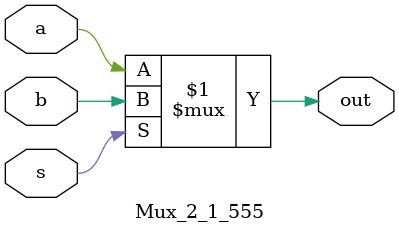
<source format=v>
`timescale 1ns / 1ps


module Mux_2_1_555(input a,b,s,output out

    );
assign out =s?b:a;
endmodule

</source>
